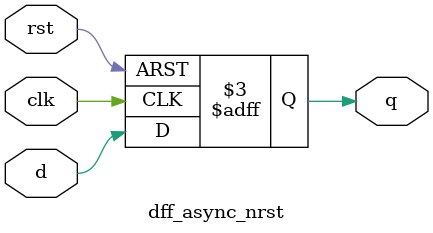
<source format=v>
module dff_async_nrst
(	input clk,rst,d,
	output reg q);

always @(posedge clk, negedge rst)
begin
	if (!rst)
		q <= 1'b0;
	else	
		q <= d;
end

endmodule 
</source>
